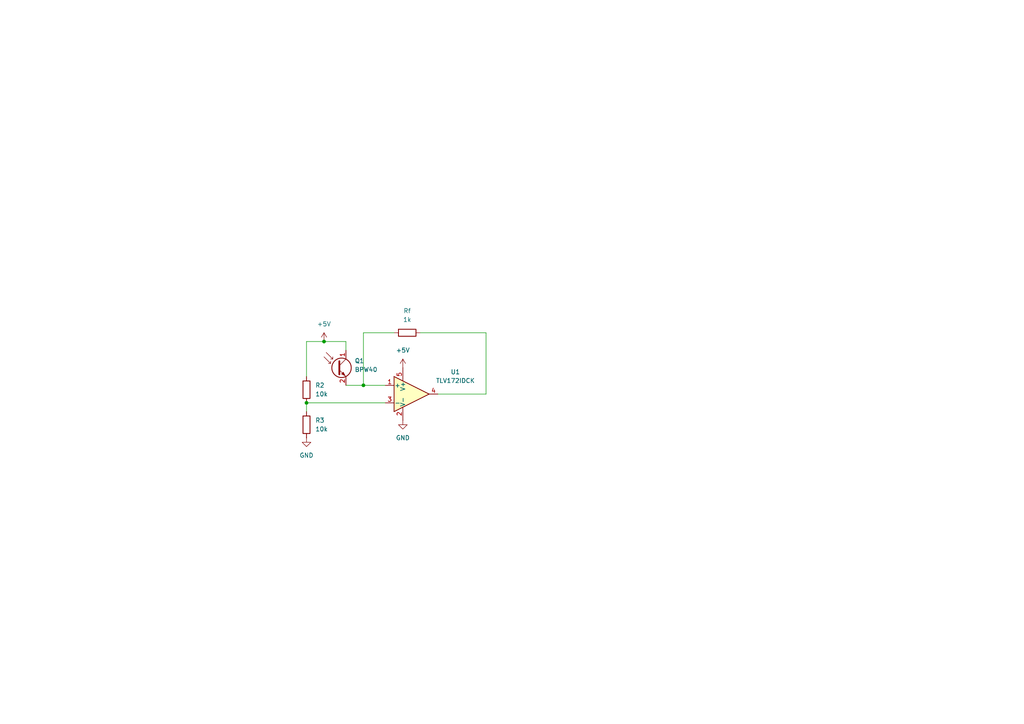
<source format=kicad_sch>
(kicad_sch (version 20250114) (generator "eeschema") (generator_version "9.0")
  (paper "A4")
  (lib_symbols
    (symbol "Amplifier_Operational:TLV172IDCK" (pin_names (offset 0.127))
      (property "Reference" "U" (at 7.62 2.54 0))
      (property "Value" "TLV172IDCK" (at 11.43 -2.54 0))
      (symbol "TLV172IDCK_0_1"
        (polyline (pts (xy -2.54 5.08) (xy -2.54 -5.08) (xy 7.62 0) (xy -2.54 5.08)) (stroke (width 0.254)) (fill (type background)))
      )
      (symbol "TLV172IDCK_1_1"
        (pin input line (at -5.08 2.54 0) (length 2.54) (name "+") (number "1"))
        (pin input line (at -5.08 -2.54 0) (length 2.54) (name "-") (number "3"))
        (pin power_in line (at 0 7.62 270) (length 3.81) (name "V+") (number "5"))
        (pin power_in line (at 0 -7.62 90) (length 3.81) (name "V-") (number "2"))
        (pin output line (at 10.16 0 180) (length 2.54) (name "~") (number "4"))
      )
    )
    (symbol "Device:R" (pin_numbers (hide yes)) (pin_names (offset 0))
      (property "Reference" "R" (at 2.032 0 90))
      (property "Value" "R" (at 0 0 90))
      (symbol "R_0_1"
        (rectangle (start -1.016 -2.54) (end 1.016 2.54) (stroke (width 0.254)))
      )
      (symbol "R_1_1"
        (pin passive line (at 0 3.81 270) (length 1.27) (name "~") (number "1"))
        (pin passive line (at 0 -3.81 90) (length 1.27) (name "~") (number "2"))
      )
    )
    (symbol "Sensor_Optical:BPW40" (pin_names (offset 0) (hide yes))
      (property "Reference" "Q" (at 5.08 1.27 0))
      (property "Value" "BPW40" (at 5.08 -1.27 0))
      (symbol "BPW40_0_1"
        (polyline (pts (xy -3.81 3.175) (xy -1.905 1.27) (xy -1.905 1.905)))
        (polyline (pts (xy -3.175 4.445) (xy -1.27 2.54) (xy -1.27 3.175)))
        (polyline (pts (xy -1.905 1.27) (xy -2.54 1.27)))
        (polyline (pts (xy -1.27 2.54) (xy -1.905 2.54)))
        (polyline (pts (xy 0.635 1.905) (xy 0.635 -1.905)) (stroke (width 0.508)))
        (polyline (pts (xy 0.635 0.635) (xy 2.54 2.54)))
        (polyline (pts (xy 0.635 -0.635) (xy 2.54 -2.54)))
        (circle (center 1.27 0) (radius 2.8194) (stroke (width 0.254)))
        (polyline (pts (xy 1.27 -1.778) (xy 1.778 -1.27) (xy 2.286 -2.286) (xy 1.27 -1.778)) (fill (type outline)))
      )
      (symbol "BPW40_1_1"
        (pin passive line (at 2.54 5.08 270) (length 2.54) (name "C") (number "1"))
        (pin passive line (at 2.54 -5.08 90) (length 2.54) (name "E") (number "2"))
      )
    )
    (symbol "power:+5V" (power) (pin_numbers (hide yes)) (pin_names (offset 0) (hide yes))
      (property "Value" "+5V" (at 0 3.556 0))
      (symbol "+5V_0_1"
        (polyline (pts (xy -0.762 1.27) (xy 0 2.54)))
        (polyline (pts (xy 0 2.54) (xy 0.762 1.27)))
        (polyline (pts (xy 0 0) (xy 0 2.54)))
      )
      (symbol "+5V_1_1"
        (pin power_in line (at 0 0 90) (length 0) (name "~") (number "1"))
      )
    )
    (symbol "power:GND" (power) (pin_numbers (hide yes)) (pin_names (offset 0) (hide yes))
      (property "Value" "GND" (at 0 -3.81 0))
      (symbol "GND_0_1"
        (polyline (pts (xy 0 0) (xy 0 -1.27) (xy 1.27 -1.27) (xy 0 -2.54) (xy -1.27 -1.27) (xy 0 -1.27)))
      )
      (symbol "GND_1_1"
        (pin power_in line (at 0 0 270) (length 0) (name "~") (number "1"))
      )
    )
  )
  (junction (at 105.41 111.76))
  (junction (at 93.98 99.06))
  (junction (at 88.9 116.84))
  (wire (pts (xy 100.33 111.76) (xy 105.41 111.76)))
  (wire (pts (xy 114.3 96.52) (xy 105.41 96.52)))
  (wire (pts (xy 140.97 114.3) (xy 127 114.3)))
  (wire (pts (xy 140.97 96.52) (xy 140.97 114.3)))
  (wire (pts (xy 88.9 109.22) (xy 88.9 99.06)))
  (wire (pts (xy 111.76 116.84) (xy 88.9 116.84)))
  (wire (pts (xy 105.41 96.52) (xy 105.41 111.76)))
  (wire (pts (xy 121.92 96.52) (xy 140.97 96.52)))
  (wire (pts (xy 105.41 111.76) (xy 111.76 111.76)))
  (wire (pts (xy 93.98 99.06) (xy 100.33 99.06)))
  (wire (pts (xy 100.33 99.06) (xy 100.33 101.6)))
  (wire (pts (xy 88.9 99.06) (xy 93.98 99.06)))
  (wire (pts (xy 88.9 116.84) (xy 88.9 119.38)))
  (symbol (lib_id "power:+5V") (at 116.84 106.68 0) (unit 1)
    (property "Reference" "#PWR04" (effects (hide yes)))
    (property "Value" "+5V" (at 116.84 101.6 0))
    (property "Description" "Power symbol creates a global label with name \"+5V\"" (effects (hide yes)))
  )
  (symbol (lib_id "Device:R") (at 88.9 123.19 0) (unit 1)
    (property "Reference" "R3" (at 91.44 121.9199 0) (effects (justify left)))
    (property "Value" "10k" (at 91.44 124.4599 0) (effects (justify left)))
    (property "Description" "Resistor" (effects (hide yes)))
  )
  (symbol (lib_id "power:+5V") (at 93.98 99.06 0) (unit 1)
    (property "Reference" "#PWR03" (effects (hide yes)))
    (property "Value" "+5V" (at 93.98 93.98 0))
    (property "Description" "Power symbol creates a global label with name \"+5V\"" (effects (hide yes)))
  )
  (symbol (lib_id "power:GND") (at 116.84 121.92 0) (unit 1)
    (property "Reference" "#PWR02" (effects (hide yes)))
    (property "Value" "GND" (at 116.84 127 0))
    (property "Description" "Power symbol creates a global label with name \"GND\" , ground" (effects (hide yes)))
  )
  (symbol (lib_id "Amplifier_Operational:TLV172IDCK") (at 116.84 114.3 0) (unit 1)
    (property "Reference" "U1" (at 132.08 107.8798 0))
    (property "Value" "TLV172IDCK" (at 132.08 110.4198 0))
    (property "Footprint" "Package_TO_SOT_SMD:SOT-353_SC-70-5" (effects (hide yes)))
    (property "Datasheet" "http://www.ti.com/lit/ds/symlink/tlv172.pdf" (effects (hide yes)))
    (property "Description" "Low-power Operational Amplifier, SOT-353" (effects (hide yes)))
  )
  (symbol (lib_id "power:GND") (at 88.9 127 0) (unit 1)
    (property "Reference" "#PWR01" (effects (hide yes)))
    (property "Value" "GND" (at 88.9 132.08 0))
    (property "Description" "Power symbol creates a global label with name \"GND\" , ground" (effects (hide yes)))
  )
  (symbol (lib_id "Device:R") (at 88.9 113.03 0) (unit 1)
    (property "Reference" "R2" (at 91.44 111.7599 0) (effects (justify left)))
    (property "Value" "10k" (at 91.44 114.2999 0) (effects (justify left)))
    (property "Description" "Resistor" (effects (hide yes)))
  )
  (symbol (lib_id "Sensor_Optical:BPW40") (at 97.79 106.68 0) (unit 1)
    (property "Reference" "Q1" (at 102.87 104.6606 0) (effects (justify left)))
    (property "Value" "BPW40" (at 102.87 107.2006 0) (effects (justify left)))
    (property "Footprint" "LED_THT:LED_D5.0mm_Clear" (effects (hide yes)))
    (property "Datasheet" "https://www.rcscomponents.kiev.ua/datasheets/bpw40.pdf" (effects (hide yes)))
    (property "Description" "Phototransistor NPN" (effects (hide yes)))
  )
  (symbol (lib_id "Device:R") (at 118.11 96.52 90) (unit 1)
    (property "Reference" "Rf" (at 118.11 90.17 90))
    (property "Value" "1k" (at 118.11 92.71 90))
    (property "Description" "Resistor" (effects (hide yes)))
  )
)
</source>
